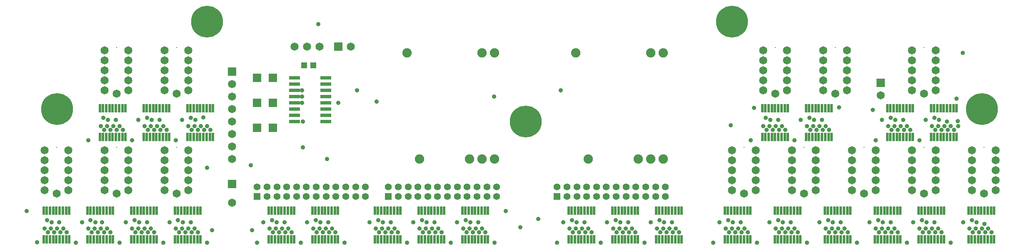
<source format=gts>
G04*
G04  File:            NCORDA11.GTS, Tue Mar 30 20:23:34 2021*
G04  Source:          P-CAD 2002 PCB, Version 17.01.22, (C:\Users\David Forbes\Documents\Designs\Nixie\CorvairDash\NCORDA11.PCB)*
G04  Format:          Gerber Format (RS-274-D), ASCII*
G04*
G04  Format Options:  Absolute Positioning*
G04                   Leading-Zero Suppression*
G04                   Scale Factor 1:1*
G04                   NO Circular Interpolation*
G04                   Inch Units*
G04                   Numeric Format: 4.4 (XXXX.XXXX)*
G04                   G54 Used for Aperture Change*
G04                   Apertures Embedded*
G04*
G04  File Options:    Offset = (0.0mil,0.0mil)*
G04                   Drill Symbol Size = 80.0mil*
G04                   No Pad/Via Holes*
G04*
G04  File Contents:   Pads*
G04                   Vias*
G04                   No Designators*
G04                   No Types*
G04                   No Values*
G04                   No Drill Symbols*
G04                   Top Mask*
G04*
%INNCORDA11.GTS*%
%ICAS*%
%MOIN*%
G04*
G04  Aperture MACROs for general use --- invoked via D-code assignment *
G04*
G04  General MACRO for flashed round with rotation and/or offset hole *
%AMROTOFFROUND*
1,1,$1,0.0000,0.0000*
1,0,$2,$3,$4*%
G04*
G04  General MACRO for flashed oval (obround) with rotation and/or offset hole *
%AMROTOFFOVAL*
21,1,$1,$2,0.0000,0.0000,$3*
1,1,$4,$5,$6*
1,1,$4,0-$5,0-$6*
1,0,$7,$8,$9*%
G04*
G04  General MACRO for flashed oval (obround) with rotation and no hole *
%AMROTOVALNOHOLE*
21,1,$1,$2,0.0000,0.0000,$3*
1,1,$4,$5,$6*
1,1,$4,0-$5,0-$6*%
G04*
G04  General MACRO for flashed rectangle with rotation and/or offset hole *
%AMROTOFFRECT*
21,1,$1,$2,0.0000,0.0000,$3*
1,0,$4,$5,$6*%
G04*
G04  General MACRO for flashed rectangle with rotation and no hole *
%AMROTRECTNOHOLE*
21,1,$1,$2,0.0000,0.0000,$3*%
G04*
G04  General MACRO for flashed rounded-rectangle *
%AMROUNDRECT*
21,1,$1,$2-$4,0.0000,0.0000,$3*
21,1,$1-$4,$2,0.0000,0.0000,$3*
1,1,$4,$5,$6*
1,1,$4,$7,$8*
1,1,$4,0-$5,0-$6*
1,1,$4,0-$7,0-$8*
1,0,$9,$10,$11*%
G04*
G04  General MACRO for flashed rounded-rectangle with rotation and no hole *
%AMROUNDRECTNOHOLE*
21,1,$1,$2-$4,0.0000,0.0000,$3*
21,1,$1-$4,$2,0.0000,0.0000,$3*
1,1,$4,$5,$6*
1,1,$4,$7,$8*
1,1,$4,0-$5,0-$6*
1,1,$4,0-$7,0-$8*%
G04*
G04  General MACRO for flashed regular polygon *
%AMREGPOLY*
5,1,$1,0.0000,0.0000,$2,$3+$4*
1,0,$5,$6,$7*%
G04*
G04  General MACRO for flashed regular polygon with no hole *
%AMREGPOLYNOHOLE*
5,1,$1,0.0000,0.0000,$2,$3+$4*%
G04*
G04  General MACRO for target *
%AMTARGET*
6,0,0,$1,$2,$3,4,$4,$5,$6*%
G04*
G04  General MACRO for mounting hole *
%AMMTHOLE*
1,1,$1,0,0*
1,0,$2,0,0*
$1=$1-$2*
$1=$1/2*
21,1,$2+$1,$3,0,0,$4*
21,1,$3,$2+$1,0,0,$4*%
G04*
G04*
G04  D10 : "Ellipse X10.0mil Y10.0mil H0.0mil 0.0deg (0.0mil,0.0mil) Draw"*
G04  Disc: OuterDia=0.0100*
%ADD10C, 0.0100*%
G04  D11 : "Ellipse X15.0mil Y15.0mil H0.0mil 0.0deg (0.0mil,0.0mil) Draw"*
G04  Disc: OuterDia=0.0150*
%ADD11C, 0.0150*%
G04  D12 : "Ellipse X20.0mil Y20.0mil H0.0mil 0.0deg (0.0mil,0.0mil) Draw"*
G04  Disc: OuterDia=0.0200*
%ADD12C, 0.0200*%
G04  D13 : "Ellipse X50.0mil Y50.0mil H0.0mil 0.0deg (0.0mil,0.0mil) Draw"*
G04  Disc: OuterDia=0.0500*
%ADD13C, 0.0500*%
G04  D14 : "Ellipse X6.0mil Y6.0mil H0.0mil 0.0deg (0.0mil,0.0mil) Draw"*
G04  Disc: OuterDia=0.0060*
%ADD14C, 0.0060*%
G04  D15 : "Ellipse X8.0mil Y8.0mil H0.0mil 0.0deg (0.0mil,0.0mil) Draw"*
G04  Disc: OuterDia=0.0080*
%ADD15C, 0.0080*%
G04  D16 : "Ellipse X250.0mil Y250.0mil H0.0mil 0.0deg (0.0mil,0.0mil) Flash"*
G04  Disc: OuterDia=0.2500*
%ADD16C, 0.2500*%
G04  D17 : "Ellipse X255.0mil Y255.0mil H0.0mil 0.0deg (0.0mil,0.0mil) Flash"*
G04  Disc: OuterDia=0.2550*
%ADD17C, 0.2550*%
G04  D18 : "Ellipse X50.0mil Y50.0mil H0.0mil 0.0deg (0.0mil,0.0mil) Flash"*
G04  Disc: OuterDia=0.0500*
%ADD18C, 0.0500*%
G04  D19 : "Ellipse X55.0mil Y55.0mil H0.0mil 0.0deg (0.0mil,0.0mil) Flash"*
G04  Disc: OuterDia=0.0550*
%ADD19C, 0.0550*%
G04  D20 : "Ellipse X60.0mil Y60.0mil H0.0mil 0.0deg (0.0mil,0.0mil) Flash"*
G04  Disc: OuterDia=0.0600*
%ADD20C, 0.0600*%
G04  D21 : "Ellipse X65.0mil Y65.0mil H0.0mil 0.0deg (0.0mil,0.0mil) Flash"*
G04  Disc: OuterDia=0.0650*
%ADD21C, 0.0650*%
G04  D22 : "Ellipse X70.0mil Y70.0mil H0.0mil 0.0deg (0.0mil,0.0mil) Flash"*
G04  Disc: OuterDia=0.0700*
%ADD22C, 0.0700*%
G04  D23 : "Ellipse X75.0mil Y75.0mil H0.0mil 0.0deg (0.0mil,0.0mil) Flash"*
G04  Disc: OuterDia=0.0750*
%ADD23C, 0.0750*%
G04  D24 : "Rectangle X0.1mil Y0.1mil H0.0mil 0.0deg (0.0mil,0.0mil) Flash"*
G04  Square: Side=0.0001, Rotation=0.0, OffsetX=0.0000, OffsetY=0.0000, HoleDia=0.0000*
%ADD24R, 0.0001 X0.0001*%
G04  D25 : "Rectangle X40.0mil Y40.0mil H0.0mil 0.0deg (0.0mil,0.0mil) Flash"*
G04  Square: Side=0.0400, Rotation=0.0, OffsetX=0.0000, OffsetY=0.0000, HoleDia=0.0000*
%ADD25R, 0.0400 X0.0400*%
G04  D26 : "Rectangle X45.0mil Y45.0mil H0.0mil 0.0deg (0.0mil,0.0mil) Flash"*
G04  Square: Side=0.0450, Rotation=0.0, OffsetX=0.0000, OffsetY=0.0000, HoleDia=0.0000*
%ADD26R, 0.0450 X0.0450*%
G04  D27 : "Rectangle X5.1mil Y5.1mil H0.0mil 0.0deg (0.0mil,0.0mil) Flash"*
G04  Square: Side=0.0051, Rotation=0.0, OffsetX=0.0000, OffsetY=0.0000, HoleDia=0.0000*
%ADD27R, 0.0051 X0.0051*%
G04  D28 : "Rectangle X50.0mil Y50.0mil H0.0mil 0.0deg (0.0mil,0.0mil) Flash"*
G04  Square: Side=0.0500, Rotation=0.0, OffsetX=0.0000, OffsetY=0.0000, HoleDia=0.0000*
%ADD28R, 0.0500 X0.0500*%
G04  D29 : "Rectangle X55.0mil Y55.0mil H0.0mil 0.0deg (0.0mil,0.0mil) Flash"*
G04  Square: Side=0.0550, Rotation=0.0, OffsetX=0.0000, OffsetY=0.0000, HoleDia=0.0000*
%ADD29R, 0.0550 X0.0550*%
G04  D30 : "Rectangle X60.0mil Y60.0mil H0.0mil 0.0deg (0.0mil,0.0mil) Flash"*
G04  Square: Side=0.0600, Rotation=0.0, OffsetX=0.0000, OffsetY=0.0000, HoleDia=0.0000*
%ADD30R, 0.0600 X0.0600*%
G04  D31 : "Rectangle X64.0mil Y64.0mil H0.0mil 0.0deg (0.0mil,0.0mil) Flash"*
G04  Square: Side=0.0640, Rotation=0.0, OffsetX=0.0000, OffsetY=0.0000, HoleDia=0.0000*
%ADD31R, 0.0640 X0.0640*%
G04  D32 : "Rectangle X65.0mil Y65.0mil H0.0mil 0.0deg (0.0mil,0.0mil) Flash"*
G04  Square: Side=0.0650, Rotation=0.0, OffsetX=0.0000, OffsetY=0.0000, HoleDia=0.0000*
%ADD32R, 0.0650 X0.0650*%
G04  D33 : "Rectangle X14.0mil Y66.0mil H0.0mil 0.0deg (0.0mil,0.0mil) Flash"*
G04  Rectangular: DimX=0.0140, DimY=0.0660, Rotation=0.0, OffsetX=0.0000, OffsetY=0.0000, HoleDia=0.0000 *
%ADD33R, 0.0140 X0.0660*%
G04  D34 : "Rectangle X69.0mil Y69.0mil H0.0mil 0.0deg (0.0mil,0.0mil) Flash"*
G04  Square: Side=0.0690, Rotation=0.0, OffsetX=0.0000, OffsetY=0.0000, HoleDia=0.0000*
%ADD34R, 0.0690 X0.0690*%
G04  D35 : "Rectangle X19.0mil Y71.0mil H0.0mil 0.0deg (0.0mil,0.0mil) Flash"*
G04  Rectangular: DimX=0.0190, DimY=0.0710, Rotation=0.0, OffsetX=0.0000, OffsetY=0.0000, HoleDia=0.0000 *
%ADD35R, 0.0190 X0.0710*%
G04  D36 : "Rectangle X80.0mil Y26.0mil H0.0mil 0.0deg (0.0mil,0.0mil) Flash"*
G04  Rectangular: DimX=0.0800, DimY=0.0260, Rotation=0.0, OffsetX=0.0000, OffsetY=0.0000, HoleDia=0.0000 *
%ADD36R, 0.0800 X0.0260*%
G04  D37 : "Rectangle X85.0mil Y31.0mil H0.0mil 0.0deg (0.0mil,0.0mil) Flash"*
G04  Rectangular: DimX=0.0850, DimY=0.0310, Rotation=0.0, OffsetX=0.0000, OffsetY=0.0000, HoleDia=0.0000 *
%ADD37R, 0.0850 X0.0310*%
G04  D38 : "Ellipse X30.0mil Y30.0mil H0.0mil 0.0deg (0.0mil,0.0mil) Flash"*
G04  Disc: OuterDia=0.0300*
%ADD38C, 0.0300*%
G04  D39 : "Ellipse X35.0mil Y35.0mil H0.0mil 0.0deg (0.0mil,0.0mil) Flash"*
G04  Disc: OuterDia=0.0350*
%ADD39C, 0.0350*%
G04*
%FSLAX44Y44*%
%SFA1B1*%
%OFA0.0000B0.0000*%
G04*
G70*
G90*
G01*
D2*
%LNTop Mask*%
G54D39*
X17000Y43450D3*
X16750Y43150D3*
X16500Y43450D3*
X16250Y43150D3*
X16000Y43450D3*
X15750Y43150D3*
X15500Y43450D3*
X16650Y43950D3*
X15700Y44100D3*
X16050Y43950D3*
X17250Y43150D3*
X20750D3*
X20500Y43450D3*
X20250Y43150D3*
X20000Y43450D3*
X19750Y43150D3*
X19500Y43450D3*
X19250Y43150D3*
X19000Y43450D3*
X18500Y43950D3*
X19150Y44100D3*
X19550Y43950D3*
X20100D3*
X19000Y50500D3*
X20750Y51350D3*
X20500Y51650D3*
X20250Y51350D3*
X20000Y51650D3*
X20200Y52300D3*
X20550Y52150D3*
X23750Y43150D3*
X23500Y43450D3*
X23250Y43150D3*
X23000Y43450D3*
X22750Y43150D3*
X22500Y43450D3*
X21500Y42300D3*
X22700Y44100D3*
X23050Y43950D3*
X22000D3*
X23700D3*
X22500Y50500D3*
X21250Y51350D3*
X21750D3*
X23750D3*
X23500Y51650D3*
X21500D3*
X23700Y52300D3*
X21200Y52150D3*
X23000D3*
X24250Y43150D3*
X26750D3*
X26500Y43450D3*
X26250Y43150D3*
X26000Y43450D3*
X25000Y42300D3*
X26150Y44100D3*
X26550Y43950D3*
X25500D3*
X26000Y50500D3*
X25000Y51650D3*
X24750Y51350D3*
X24500Y51650D3*
X24250Y51350D3*
X25250D3*
X26500Y52150D3*
X24700D3*
X28900Y43300D3*
X27750Y43150D3*
X27500Y43450D3*
X27250Y43150D3*
X28500Y42300D3*
X27200Y43950D3*
X28500Y48300D3*
Y51650D3*
X28250Y51350D3*
X28000Y51650D3*
X27750Y51350D3*
X27500Y51650D3*
X27250Y51350D3*
X28750D3*
X27200Y52300D3*
X27550Y52150D3*
X28200Y52350D3*
X32100Y43300D3*
X32500Y42300D3*
X32000Y48500D3*
X35250Y43150D3*
X35000Y43450D3*
X34750Y43150D3*
X34500Y43450D3*
X34250Y43150D3*
X34000Y43450D3*
X33750Y43150D3*
X33500Y43450D3*
X33700Y44100D3*
X34050Y43950D3*
X34700D3*
X38750Y43150D3*
X38500Y43450D3*
X38250Y43150D3*
X38000Y43450D3*
X37750Y43150D3*
X37500Y43450D3*
X37250Y43150D3*
X37000Y43450D3*
X38200Y43950D3*
X37200Y44100D3*
X37550Y43950D3*
X36500D3*
X38100Y49000D3*
X37400Y59800D3*
X39500Y42300D3*
X41500Y43950D3*
X40500Y54500D3*
X43750Y43150D3*
X43500Y43450D3*
X43250Y43150D3*
X43000Y43450D3*
X42750Y43150D3*
X42500Y43450D3*
X42250Y43150D3*
X44500Y42300D3*
X42200Y44100D3*
X42550Y43950D3*
X43200D3*
X47250Y43150D3*
X47000Y43450D3*
X46750Y43150D3*
X46500Y43450D3*
X46250Y43150D3*
X46000Y43450D3*
X45750Y43150D3*
X45500Y43450D3*
X46700Y43950D3*
X45700Y44100D3*
X46050Y43950D3*
X50750Y43150D3*
X50500Y43450D3*
X50250Y43150D3*
X50000Y43450D3*
X49750Y43150D3*
X49500Y43450D3*
X49250Y43150D3*
X49000Y43450D3*
X50200Y43950D3*
X48500D3*
X49200Y44100D3*
X49550Y43950D3*
X53550Y43550D3*
X51500Y42300D3*
X56500D3*
X55000Y44200D3*
X56800Y54500D3*
X59250Y43150D3*
X59000Y43450D3*
X58750Y43150D3*
X58500Y43450D3*
X58250Y43150D3*
X58000Y43450D3*
X57750Y43150D3*
X58700Y43950D3*
X57700Y44100D3*
X58050Y43950D3*
X57500Y43450D3*
X62750Y43150D3*
X62500Y43450D3*
X62250Y43150D3*
X62000Y43450D3*
X61750Y43150D3*
X61500Y43450D3*
X61250Y43150D3*
X61000Y43450D3*
X61200Y44100D3*
X61550Y43950D3*
X62200D3*
X60500D3*
X65750Y43150D3*
X65500Y43450D3*
X65250Y43150D3*
X65000Y43450D3*
X64750Y43150D3*
X64500Y43450D3*
X65700Y43950D3*
X64700Y44100D3*
X65050Y43950D3*
X64000D3*
X63500Y42300D3*
X66250Y43150D3*
X69500Y43950D3*
X71200D3*
X70200Y44100D3*
X70550Y43950D3*
X71750Y43150D3*
X71500Y43450D3*
X71250Y43150D3*
X71000Y43450D3*
X70750Y43150D3*
X70500Y43450D3*
X70250Y43150D3*
X70000Y43450D3*
X70400Y51700D3*
X72500Y42300D3*
X73500Y43950D3*
X74200Y44100D3*
X74550Y43950D3*
X74750Y43150D3*
X74500Y43450D3*
X74250Y43150D3*
X74000Y43450D3*
X74200Y52150D3*
X74750Y51350D3*
X74500Y51650D3*
X74250Y51350D3*
X74000Y51650D3*
X73750Y51350D3*
X73500Y51650D3*
X73250Y51350D3*
X73000Y51650D3*
X73200Y52300D3*
X73550Y52150D3*
X72250Y53100D3*
X76500Y42300D3*
X77500Y43950D3*
X75200D3*
X75750Y43150D3*
X75500Y43450D3*
X75250Y43150D3*
X75500Y50500D3*
X76000Y52150D3*
X77700D3*
X77750Y51350D3*
X77500Y51650D3*
X77250Y51350D3*
X77000Y51650D3*
X76750Y51350D3*
X76500Y51650D3*
X76700Y52300D3*
X77050Y52150D3*
X80500Y42300D3*
X79200Y43950D3*
X78200Y44100D3*
X78550Y43950D3*
X79750Y43150D3*
X79500Y43450D3*
X79250Y43150D3*
X79000Y43450D3*
X78750Y43150D3*
X78500Y43450D3*
X78250Y43150D3*
Y51350D3*
X79050Y53150D3*
X81500Y43950D3*
X82200Y44100D3*
X82550Y43950D3*
X83200D3*
X83750Y43150D3*
X83500Y43450D3*
X83250Y43150D3*
X83000Y43450D3*
X82750Y43150D3*
X82500Y43450D3*
X82250Y43150D3*
X82000Y43450D3*
Y50500D3*
X82500Y52150D3*
X83750Y51350D3*
X83500Y51650D3*
X83200Y52300D3*
X83550Y52150D3*
X83250Y51350D3*
X83000Y51650D3*
X81750Y52950D3*
X84500Y42300D3*
X86700Y43950D3*
X85700Y44100D3*
X86050Y43950D3*
X85000D3*
X86750Y43150D3*
X86500Y43450D3*
X86250Y43150D3*
X86000Y43450D3*
X85750Y43150D3*
X85500Y43450D3*
Y50500D3*
X84500Y51650D3*
X84250Y51350D3*
X86700Y52300D3*
X84750Y51350D3*
X86750D3*
X86500Y51650D3*
X84200Y52150D3*
X86000D3*
X88000Y42300D3*
X89000Y43950D3*
X89700Y44100D3*
X89750Y43150D3*
X89500Y43450D3*
X87250Y43150D3*
X87700Y52000D3*
X88250Y51350D3*
X88000Y51650D3*
X87750Y51350D3*
X87500Y51650D3*
X87250Y51350D3*
X88550Y52050D3*
X88600Y51650D3*
X88950Y57500D3*
X90700Y43800D3*
X90750Y43150D3*
X90500Y43450D3*
X90250Y43150D3*
X91000Y43450D3*
X91250Y43150D3*
X14050Y44850D3*
G54D17*
X16500Y53000D3*
X28500Y60000D3*
G54D39*
X52400Y44850D3*
X51450Y54000D3*
G54D17*
X70500Y60000D3*
G54D21*
X82400Y54100D3*
G54D32*
Y55100D3*
G54D39*
X88450Y53850D3*
X24000Y43450D3*
X14900Y42350D3*
X18000Y42300D3*
X21000Y51650D3*
X24000D3*
X24050Y52150D3*
X27000Y43450D3*
X36000Y42300D3*
X33000Y43950D3*
X36150Y49950D3*
X27000Y51650D3*
X36100Y53500D3*
X36150Y52000D3*
G54D34*
X32500Y55500D3*
X33750D3*
G54D39*
X36100Y54500D3*
X42000Y43450D3*
X48000Y42300D3*
X45000Y43950D3*
X39000Y53500D3*
X42050Y53600D3*
X57000Y43950D3*
X60000Y42300D3*
X69000D3*
X66000Y43450D3*
X72000Y50500D3*
X75000Y43450D3*
X78000D3*
Y51650D3*
X84000D3*
X90050Y43950D3*
X90000Y43450D3*
X87000D3*
X87050Y52150D3*
X87000Y51650D3*
G54D35*
X16696Y42580D3*
X16952D3*
X17208D3*
X17464D3*
X15416D3*
X15672D3*
X15928D3*
X16184D3*
X17464Y44884D3*
X17208D3*
X16952D3*
X16696D3*
X16184D3*
X15928D3*
X15672D3*
X15416D3*
X16440Y42580D3*
Y44884D3*
X20196Y42580D3*
X20452D3*
X20708D3*
X20964D3*
X18916D3*
X19172D3*
X19428D3*
X19684D3*
X20964Y44884D3*
X20708D3*
X20452D3*
X20196D3*
X19684D3*
X19428D3*
X19172D3*
X18916D3*
X19940Y42580D3*
Y44884D3*
X23696Y42580D3*
X23952D3*
X24208D3*
X24464D3*
X22416D3*
X22672D3*
X22928D3*
X23184D3*
X24464Y44884D3*
X24208D3*
X23952D3*
X23696D3*
X23184D3*
X22928D3*
X22672D3*
X22416D3*
X23440Y42580D3*
Y44884D3*
X21196Y50780D3*
X21452D3*
X21708D3*
X21964D3*
X19916D3*
X20172D3*
X20428D3*
X20684D3*
X21964Y53084D3*
X21708D3*
X21452D3*
X21196D3*
X20684D3*
X20428D3*
X20172D3*
X19916D3*
X20940Y50780D3*
Y53084D3*
G54D21*
X20300Y55300D3*
Y54500D3*
Y56100D3*
Y57700D3*
Y56900D3*
X22200Y54500D3*
Y55300D3*
Y56100D3*
Y57700D3*
Y56900D3*
X21250Y54250D3*
G54D27*
Y57950D3*
G54D35*
X34696Y42580D3*
X34952D3*
X35208D3*
X35464D3*
X33416D3*
X33672D3*
X33928D3*
X34184D3*
X35464Y44884D3*
X35208D3*
X34952D3*
X34696D3*
X34184D3*
X33928D3*
X33672D3*
X33416D3*
X34440Y42580D3*
Y44884D3*
G54D21*
X30500Y45500D3*
G54D32*
Y47000D3*
G54D35*
X28196Y50780D3*
X28452D3*
X28708D3*
X28964D3*
X26916D3*
X27172D3*
X27428D3*
X27684D3*
X28964Y53084D3*
X28708D3*
X28452D3*
X28196D3*
X27684D3*
X27428D3*
X27172D3*
X26916D3*
X27940Y50780D3*
Y53084D3*
G54D34*
X32500Y53500D3*
X33750D3*
X32500Y51500D3*
X33750D3*
G54D39*
X36100Y54000D3*
G54D35*
X43196Y42580D3*
X43452D3*
X43708D3*
X43964D3*
X41916D3*
X42172D3*
X42428D3*
X42684D3*
X43964Y44884D3*
X43708D3*
X43452D3*
X43196D3*
X42684D3*
X42428D3*
X42172D3*
X41916D3*
X42940Y42580D3*
Y44884D3*
X46696Y42580D3*
X46952D3*
X47208D3*
X47464D3*
X45416D3*
X45672D3*
X45928D3*
X46184D3*
X47464Y44884D3*
X47208D3*
X46952D3*
X46696D3*
X46184D3*
X45928D3*
X45672D3*
X45416D3*
X46440Y42580D3*
Y44884D3*
G54D32*
X39000Y58000D3*
G54D21*
X40000D3*
G54D35*
X58696Y42580D3*
X58952D3*
X59208D3*
X59464D3*
X57416D3*
X57672D3*
X57928D3*
X58184D3*
X59464Y44884D3*
X59208D3*
X58952D3*
X58696D3*
X58184D3*
X57928D3*
X57672D3*
X57416D3*
X58440Y42580D3*
Y44884D3*
G54D17*
X54000Y52000D3*
G54D35*
X71196Y42580D3*
X71452D3*
X71708D3*
X71964D3*
X69916D3*
X70172D3*
X70428D3*
X70684D3*
X71964Y44884D3*
X71708D3*
X71452D3*
X71196D3*
X70684D3*
X70428D3*
X70172D3*
X69916D3*
X70940Y42580D3*
Y44884D3*
X65696Y42580D3*
X65952D3*
X66208D3*
X66464D3*
X64416D3*
X64672D3*
X64928D3*
X65184D3*
X66464Y44884D3*
X66208D3*
X65952D3*
X65696D3*
X65184D3*
X64928D3*
X64672D3*
X64416D3*
X65440Y42580D3*
Y44884D3*
X79196Y42580D3*
X79452D3*
X79708D3*
X79964D3*
X77916D3*
X78172D3*
X78428D3*
X78684D3*
X79964Y44884D3*
X79708D3*
X79452D3*
X79196D3*
X78684D3*
X78428D3*
X78172D3*
X77916D3*
X78940Y42580D3*
Y44884D3*
X83196Y42580D3*
X83452D3*
X83708D3*
X83964D3*
X81916D3*
X82172D3*
X82428D3*
X82684D3*
X83964Y44884D3*
X83708D3*
X83452D3*
X83196D3*
X82684D3*
X82428D3*
X82172D3*
X81916D3*
X82940Y42580D3*
Y44884D3*
X77696Y50780D3*
X77952D3*
X78208D3*
X78464D3*
X76416D3*
X76672D3*
X76928D3*
X77184D3*
X78464Y53084D3*
X78208D3*
X77952D3*
X77696D3*
X77184D3*
X76928D3*
X76672D3*
X76416D3*
X77440Y50780D3*
Y53084D3*
X84196Y50780D3*
X84452D3*
X84708D3*
X84964D3*
X82916D3*
X83172D3*
X83428D3*
X83684D3*
X84964Y53084D3*
X84708D3*
X84452D3*
X84196D3*
X83684D3*
X83428D3*
X83172D3*
X82916D3*
X83940Y50780D3*
Y53084D3*
G54D21*
X77800Y55300D3*
Y54500D3*
Y56100D3*
Y57700D3*
Y56900D3*
X79700Y54500D3*
Y55300D3*
Y56100D3*
Y57700D3*
Y56900D3*
X78750Y54250D3*
G54D27*
Y57950D3*
G54D35*
X90696Y42580D3*
X90952D3*
X91208D3*
X91464D3*
X89416D3*
X89672D3*
X89928D3*
X90184D3*
X91464Y44884D3*
X91208D3*
X90952D3*
X90696D3*
X90184D3*
X89928D3*
X89672D3*
X89416D3*
X90440Y42580D3*
Y44884D3*
G54D17*
X90500Y53000D3*
G54D21*
X20300Y47300D3*
Y46500D3*
Y48100D3*
Y49700D3*
Y48900D3*
X22200Y46500D3*
Y47300D3*
Y48100D3*
Y49700D3*
Y48900D3*
X21250Y46250D3*
G54D27*
Y49950D3*
G54D21*
X15500Y47300D3*
Y46500D3*
Y48100D3*
Y49700D3*
Y48900D3*
X17400Y46500D3*
Y47300D3*
Y48100D3*
Y49700D3*
Y48900D3*
X16450Y46250D3*
G54D27*
Y49950D3*
G54D21*
X75300Y47300D3*
Y46500D3*
Y48100D3*
Y49700D3*
Y48900D3*
X77200Y46500D3*
Y47300D3*
Y48100D3*
Y49700D3*
Y48900D3*
X76250Y46250D3*
G54D27*
Y49950D3*
G54D21*
X80100Y47300D3*
Y46500D3*
Y48100D3*
Y49700D3*
Y48900D3*
X82000Y46500D3*
Y47300D3*
Y48100D3*
Y49700D3*
Y48900D3*
X81050Y46250D3*
G54D27*
Y49950D3*
G54D21*
X89700Y47300D3*
Y46500D3*
Y48100D3*
Y49700D3*
Y48900D3*
X91600Y46500D3*
Y47300D3*
Y48100D3*
Y49700D3*
Y48900D3*
X90650Y46250D3*
G54D27*
Y49950D3*
G54D32*
X30500Y56000D3*
G54D21*
Y52000D3*
Y53000D3*
Y54000D3*
Y55000D3*
Y49000D3*
Y50000D3*
Y51000D3*
X36500Y58000D3*
X37500D3*
X35500D3*
G54D35*
X27196Y42580D3*
X27452D3*
X27708D3*
X27964D3*
X25916D3*
X26172D3*
X26428D3*
X26684D3*
X27964Y44884D3*
X27708D3*
X27452D3*
X27196D3*
X26684D3*
X26428D3*
X26172D3*
X25916D3*
X26940Y42580D3*
Y44884D3*
G54D19*
X41161Y46000D3*
X40374D3*
X37224D3*
X38011D3*
X38799D3*
X34862D3*
X35649D3*
X36437D3*
G54D29*
X32500D3*
G54D19*
X33287D3*
X40374Y46787D3*
X41161D3*
X37224D3*
X38799D3*
X38011D3*
X34862D3*
X35649D3*
X36437D3*
X32500D3*
X33287D3*
X39586Y46000D3*
X34074D3*
X39586Y46787D3*
X34074D3*
X51661Y46000D3*
X50874D3*
X47724D3*
X48511D3*
X49299D3*
X45362D3*
X46149D3*
X46937D3*
G54D29*
X43000D3*
G54D19*
X43787D3*
X50874Y46787D3*
X51661D3*
X47724D3*
X49299D3*
X48511D3*
X45362D3*
X46149D3*
X46937D3*
X43000D3*
X43787D3*
X50086Y46000D3*
X44574D3*
X50086Y46787D3*
X44574D3*
G54D35*
X38196Y42580D3*
X38452D3*
X38708D3*
X38964D3*
X36916D3*
X37172D3*
X37428D3*
X37684D3*
X38964Y44884D3*
X38708D3*
X38452D3*
X38196D3*
X37684D3*
X37428D3*
X37172D3*
X36916D3*
X37940Y42580D3*
Y44884D3*
X50196Y42580D3*
X50452D3*
X50708D3*
X50964D3*
X48916D3*
X49172D3*
X49428D3*
X49684D3*
X50964Y44884D3*
X50708D3*
X50452D3*
X50196D3*
X49684D3*
X49428D3*
X49172D3*
X48916D3*
X49940Y42580D3*
Y44884D3*
G54D37*
X35500Y52500D3*
Y52000D3*
Y53000D3*
Y53500D3*
Y54000D3*
Y55000D3*
Y55500D3*
X38000Y54000D3*
Y53500D3*
Y53000D3*
Y52500D3*
Y52000D3*
Y55500D3*
Y55000D3*
X35500Y54500D3*
X38000D3*
G54D35*
X24696Y50780D3*
X24952D3*
X25208D3*
X25464D3*
X23416D3*
X23672D3*
X23928D3*
X24184D3*
X25464Y53084D3*
X25208D3*
X24952D3*
X24696D3*
X24184D3*
X23928D3*
X23672D3*
X23416D3*
X24440Y50780D3*
Y53084D3*
G54D26*
X37000Y56500D3*
X36250D3*
G54D21*
X25100Y55300D3*
Y54500D3*
Y56100D3*
Y57700D3*
Y56900D3*
X27000Y54500D3*
Y55300D3*
Y56100D3*
Y57700D3*
Y56900D3*
X26050Y54250D3*
G54D27*
Y57950D3*
G54D35*
X75196Y42580D3*
X75452D3*
X75708D3*
X75964D3*
X73916D3*
X74172D3*
X74428D3*
X74684D3*
X75964Y44884D3*
X75708D3*
X75452D3*
X75196D3*
X74684D3*
X74428D3*
X74172D3*
X73916D3*
X74940Y42580D3*
Y44884D3*
X86696Y42580D3*
X86952D3*
X87208D3*
X87464D3*
X85416D3*
X85672D3*
X85928D3*
X86184D3*
X87464Y44884D3*
X87208D3*
X86952D3*
X86696D3*
X86184D3*
X85928D3*
X85672D3*
X85416D3*
X86440Y42580D3*
Y44884D3*
G54D19*
X65161Y46000D3*
X64374D3*
X61224D3*
X62011D3*
X62799D3*
X58862D3*
X59649D3*
X60437D3*
G54D29*
X56500D3*
G54D19*
X57287D3*
X64374Y46787D3*
X65161D3*
X61224D3*
X62799D3*
X62011D3*
X58862D3*
X59649D3*
X60437D3*
X56500D3*
X57287D3*
X63586Y46000D3*
X58074D3*
X63586Y46787D3*
X58074D3*
G54D35*
X62196Y42580D3*
X62452D3*
X62708D3*
X62964D3*
X60916D3*
X61172D3*
X61428D3*
X61684D3*
X62964Y44884D3*
X62708D3*
X62452D3*
X62196D3*
X61684D3*
X61428D3*
X61172D3*
X60916D3*
X61940Y42580D3*
Y44884D3*
X74196Y50780D3*
X74452D3*
X74708D3*
X74964D3*
X72916D3*
X73172D3*
X73428D3*
X73684D3*
X74964Y53084D3*
X74708D3*
X74452D3*
X74196D3*
X73684D3*
X73428D3*
X73172D3*
X72916D3*
X73940Y50780D3*
Y53084D3*
X87696Y50780D3*
X87952D3*
X88208D3*
X88464D3*
X86416D3*
X86672D3*
X86928D3*
X87184D3*
X88464Y53084D3*
X88208D3*
X87952D3*
X87696D3*
X87184D3*
X86928D3*
X86672D3*
X86416D3*
X87440Y50780D3*
Y53084D3*
G54D21*
X73000Y55300D3*
Y54500D3*
Y56100D3*
Y57700D3*
Y56900D3*
X74900Y54500D3*
Y55300D3*
Y56100D3*
Y57700D3*
Y56900D3*
X73950Y54250D3*
G54D27*
Y57950D3*
G54D21*
X84900Y55300D3*
Y54500D3*
Y56100D3*
Y57700D3*
Y56900D3*
X86800Y54500D3*
Y55300D3*
Y56100D3*
Y57700D3*
Y56900D3*
X85850Y54250D3*
G54D27*
Y57950D3*
G54D21*
X25100Y47300D3*
Y46500D3*
Y48100D3*
Y49700D3*
Y48900D3*
X27000Y46500D3*
Y47300D3*
Y48100D3*
Y49700D3*
Y48900D3*
X26050Y46250D3*
G54D27*
Y49950D3*
G54D21*
X84900Y47300D3*
Y46500D3*
Y48100D3*
Y49700D3*
Y48900D3*
X86800Y46500D3*
Y47300D3*
Y48100D3*
Y49700D3*
Y48900D3*
X85850Y46250D3*
G54D27*
Y49950D3*
G54D21*
X70500Y47300D3*
Y46500D3*
Y48100D3*
Y49700D3*
Y48900D3*
X72400Y46500D3*
Y47300D3*
Y48100D3*
Y49700D3*
Y48900D3*
X71450Y46250D3*
G54D27*
Y49950D3*
G54D23*
X51500Y57500D3*
Y49000D3*
X49500D3*
X45500D3*
X44500Y57500D3*
X50500D3*
Y49000D3*
X65000Y57500D3*
Y49000D3*
X63000D3*
X59000D3*
X58000Y57500D3*
X64000D3*
Y49000D3*
D02M02*

</source>
